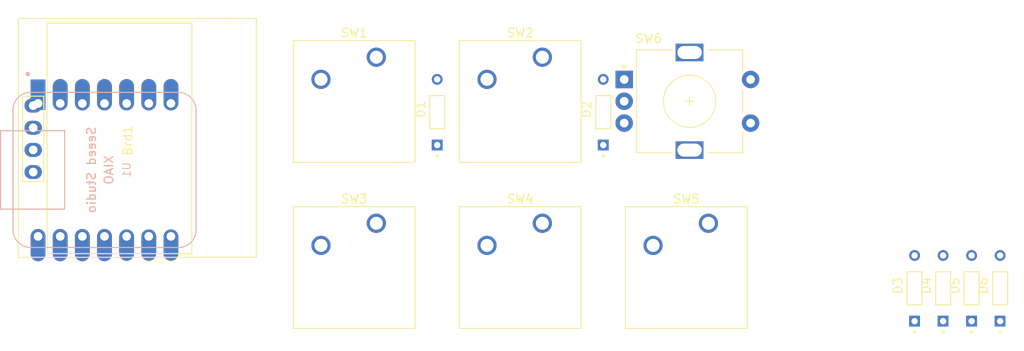
<source format=kicad_pcb>
(kicad_pcb (version 20240108) (generator "pcbnew") (generator_version "8.0")
  (layers (0 "F.Cu" signal) (31 "B.Cu" signal) (34 "B.Paste" user) (35 "F.Paste" user) (36 "B.SilkS" user "B.Silkscreen") (37 "F.SilkS" user "F.Silkscreen") (38 "B.Mask" user) (39 "F.Mask" user) (44 "Edge.Cuts" user))
  (net 0 "")
  (net 1 "GND")
  (net 2 "OLED_SCL")
  (net 3 "VCC")
  (net 4 "OLED_SDA")
  (net 5 "Row 0")
  (net 6 "Net-(D1-PadA)")
  (net 7 "Net-(D2-PadA)")
  (net 8 "Row 1")
  (net 9 "Net-(D3-PadA)")
  (net 10 "Net-(D4-PadA)")
  (net 11 "Net-(D5-PadA)")
  (net 12 "RSW_A")
  (net 13 "Column 0")
  (net 14 "Column 1")
  (net 15 "Column 2")
  (net 16 "RSW_S2")
  (net 17 "RSW_S1")
  (footprint "footprints:SSD1306 128x64 OLED" (layer "F.Cu") (at 110.295 83.215 90)
    (property "Reference" "Brd1" (at 0 0.254 90) (layer "F.SilkS"))
    (property "Value" "SSD1306")
    (fp_line (start 14 -12.3) (end 14 15) (stroke (width 0.12)) (layer "F.SilkS"))
    (fp_line (start -13.4 -12.3) (end 14 -12.3) (stroke (width 0.12)) (layer "F.SilkS"))
    (fp_line (start 5.08 -11.811) (end 5.08 -9.398) (stroke (width 0.12)) (layer "F.SilkS"))
    (fp_line (start -4.699 -11.811) (end 5.08 -11.811) (stroke (width 0.12)) (layer "F.SilkS"))
    (fp_line (start -4.699 -11.811) (end -4.699 -9.398) (stroke (width 0.12)) (layer "F.SilkS"))
    (fp_line (start 5.08 -9.398) (end -4.699 -9.398) (stroke (width 0.12)) (layer "F.SilkS"))
    (fp_line (start 13.462 -9.017) (end 13.208 -9.005) (stroke (width 0.12)) (layer "F.SilkS"))
    (fp_line (start 10.122 -9.005) (end 13.208 -9.005) (stroke (width 0.12)) (layer "F.SilkS"))
    (fp_line (start -12.978 -9.005) (end 10.122 -9.005) (stroke (width 0.12)) (layer "F.SilkS"))
    (fp_line (start 10.122 7.595) (end -12.978 7.595) (stroke (width 0.12)) (layer "F.SilkS"))
    (fp_line (start 10.122 7.595) (end 13.462 7.62) (stroke (width 0.12)) (layer "F.SilkS"))
    (fp_line (start -12.978 7.595) (end -12.978 -9.005) (stroke (width 0.12)) (layer "F.SilkS"))
    (fp_line (start 13.462 7.62) (end 13.462 -9.017) (stroke (width 0.12)) (layer "F.SilkS"))
    (fp_line (start 14 15) (end -13.4 15) (stroke (width 0.12)) (layer "F.SilkS"))
    (fp_line (start -13.4 15) (end -13.4 -12.3) (stroke (width 0.12)) (layer "F.SilkS"))
    (pad "1" thru_hole oval (at -3.62 -10.6 180) (size 2 1.6) (drill 1) (layers "*.Cu" "*.Mask") (net 1 "GND"))
    (pad "2" thru_hole oval (at -1.08 -10.6 180) (size 2 1.6) (drill 1) (layers "*.Cu" "*.Mask") (net 3 "VCC"))
    (pad "3" thru_hole oval (at 1.46 -10.6 180) (size 2 1.6) (drill 1) (layers "*.Cu" "*.Mask") (net 2 "OLED_SCL"))
    (pad "4" thru_hole oval (at 4 -10.6 180) (size 2 1.6) (drill 1) (layers "*.Cu" "*.Mask") (net 4 "OLED_SDA"))
  )
  (footprint "footprints:1N4148 Diode" (layer "F.Cu") (at 200.81375 100.17125 90)
    (property "Reference" "D3" (at 0.3175 -1.905 90) (layer "F.SilkS"))
    (property "Value" "1N4148")
    (fp_line (start 1.9025 -0.86) (end 1.9025 0.86) (stroke (width 0.127)) (layer "F.SilkS"))
    (fp_line (start -1.9025 -0.86) (end 1.9025 -0.86) (stroke (width 0.127)) (layer "F.SilkS"))
    (fp_line (start 1.9025 0.86) (end -1.9025 0.86) (stroke (width 0.127)) (layer "F.SilkS"))
    (fp_line (start -1.9025 0.86) (end -1.9025 -0.86) (stroke (width 0.127)) (layer "F.SilkS"))
    (fp_circle (center -5 0) (end -4.9 0) (stroke (width 0.2)) (fill none) (layer "F.SilkS"))
    (pad "A" thru_hole circle (at 3.7685 0 90) (size 1.238 1.238) (drill 0.73) (layers "*.Cu" "*.Mask") (net 9 "Net-(D3-PadA)"))
    (pad "K" thru_hole rect (at -3.7685 0 90) (size 1.238 1.238) (drill 0.73) (layers "*.Cu" "*.Mask") (net 8 "Row 1"))
  )
  (footprint "footprints:1N4148 Diode" (layer "F.Cu") (at 210.62375 100.17125 90)
    (property "Reference" "D6" (at 0.3175 -1.905 90) (layer "F.SilkS"))
    (property "Value" "1N4148")
    (fp_line (start 1.9025 -0.86) (end 1.9025 0.86) (stroke (width 0.127)) (layer "F.SilkS"))
    (fp_line (start -1.9025 -0.86) (end 1.9025 -0.86) (stroke (width 0.127)) (layer "F.SilkS"))
    (fp_line (start 1.9025 0.86) (end -1.9025 0.86) (stroke (width 0.127)) (layer "F.SilkS"))
    (fp_line (start -1.9025 0.86) (end -1.9025 -0.86) (stroke (width 0.127)) (layer "F.SilkS"))
    (fp_circle (center -5 0) (end -4.9 0) (stroke (width 0.2)) (fill none) (layer "F.SilkS"))
    (pad "A" thru_hole circle (at 3.7685 0 90) (size 1.238 1.238) (drill 0.73) (layers "*.Cu" "*.Mask") (net 12 "RSW_A"))
    (pad "K" thru_hole rect (at -3.7685 0 90) (size 1.238 1.238) (drill 0.73) (layers "*.Cu" "*.Mask") (net 5 "Row 0"))
  )
  (footprint "Button_Switch_Keyboard:SW_Cherry_MX_1.00u_PCB" (layer "F.Cu") (at 139.06 73.66)
    (property "Reference" "SW1" (at -2.54 -2.794 0) (layer "F.SilkS"))
    (property "Value" "SW_Push")
    (fp_line (start -9.525 -1.905) (end 4.445 -1.905) (stroke (width 0.12)) (layer "F.SilkS"))
    (fp_line (start -9.525 12.065) (end -9.525 -1.905) (stroke (width 0.12)) (layer "F.SilkS"))
    (fp_line (start 4.445 -1.905) (end 4.445 12.065) (stroke (width 0.12)) (layer "F.SilkS"))
    (fp_line (start 4.445 12.065) (end -9.525 12.065) (stroke (width 0.12)) (layer "F.SilkS"))
    (pad "" np_thru_hole circle (at -7.62 5.08) (size 1.7 1.7) (drill 1.7) (layers "*.Cu" "*.Mask"))
    (pad "" np_thru_hole circle (at -2.54 5.08) (size 4 4) (drill 4) (layers "*.Cu" "*.Mask"))
    (pad "" np_thru_hole circle (at 2.54 5.08) (size 1.7 1.7) (drill 1.7) (layers "*.Cu" "*.Mask"))
    (pad "1" thru_hole circle (at 0 0) (size 2.2 2.2) (drill 1.5) (layers "*.Cu" "*.Mask") (net 13 "Column 0"))
    (pad "2" thru_hole circle (at -6.35 2.54) (size 2.2 2.2) (drill 1.5) (layers "*.Cu" "*.Mask") (net 6 "Net-(D1-PadA)"))
  )
  (footprint "Button_Switch_Keyboard:SW_Cherry_MX_1.00u_PCB" (layer "F.Cu") (at 139.06 92.71)
    (property "Reference" "SW3" (at -2.54 -2.794 0) (layer "F.SilkS"))
    (property "Value" "SW_Push")
    (fp_line (start -9.525 -1.905) (end 4.445 -1.905) (stroke (width 0.12)) (layer "F.SilkS"))
    (fp_line (start -9.525 12.065) (end -9.525 -1.905) (stroke (width 0.12)) (layer "F.SilkS"))
    (fp_line (start 4.445 -1.905) (end 4.445 12.065) (stroke (width 0.12)) (layer "F.SilkS"))
    (fp_line (start 4.445 12.065) (end -9.525 12.065) (stroke (width 0.12)) (layer "F.SilkS"))
    (pad "" np_thru_hole circle (at -7.62 5.08) (size 1.7 1.7) (drill 1.7) (layers "*.Cu" "*.Mask"))
    (pad "" np_thru_hole circle (at -2.54 5.08) (size 4 4) (drill 4) (layers "*.Cu" "*.Mask"))
    (pad "" np_thru_hole circle (at 2.54 5.08) (size 1.7 1.7) (drill 1.7) (layers "*.Cu" "*.Mask"))
    (pad "1" thru_hole circle (at 0 0) (size 2.2 2.2) (drill 1.5) (layers "*.Cu" "*.Mask") (net 13 "Column 0"))
    (pad "2" thru_hole circle (at -6.35 2.54) (size 2.2 2.2) (drill 1.5) (layers "*.Cu" "*.Mask") (net 9 "Net-(D3-PadA)"))
  )
  (footprint "footprints:1N4148 Diode" (layer "F.Cu") (at 146.045 79.9685 90)
    (property "Reference" "D1" (at 0.3175 -1.905 90) (layer "F.SilkS"))
    (property "Value" "1N4148")
    (fp_line (start 1.9025 -0.86) (end 1.9025 0.86) (stroke (width 0.127)) (layer "F.SilkS"))
    (fp_line (start -1.9025 -0.86) (end 1.9025 -0.86) (stroke (width 0.127)) (layer "F.SilkS"))
    (fp_line (start 1.9025 0.86) (end -1.9025 0.86) (stroke (width 0.127)) (layer "F.SilkS"))
    (fp_line (start -1.9025 0.86) (end -1.9025 -0.86) (stroke (width 0.127)) (layer "F.SilkS"))
    (fp_circle (center -5 0) (end -4.9 0) (stroke (width 0.2)) (fill none) (layer "F.SilkS"))
    (pad "A" thru_hole circle (at 3.7685 0 90) (size 1.238 1.238) (drill 0.73) (layers "*.Cu" "*.Mask") (net 6 "Net-(D1-PadA)"))
    (pad "K" thru_hole rect (at -3.7685 0 90) (size 1.238 1.238) (drill 0.73) (layers "*.Cu" "*.Mask") (net 5 "Row 0"))
  )
  (footprint "Rotary_Encoder:RotaryEncoder_Alps_EC11E-Switch_Vertical_H20mm" (layer "F.Cu") (at 167.495 76.215)
    (property "Reference" "SW6" (at 2.8 -4.7 0) (layer "F.SilkS"))
    (property "Value" "RotaryEncoder_Switch")
    (fp_line (start -0.3 -1.6) (end 0.3 -1.6) (stroke (width 0.12)) (layer "F.SilkS"))
    (fp_line (start 0 -1.3) (end -0.3 -1.6) (stroke (width 0.12)) (layer "F.SilkS"))
    (fp_line (start 0.3 -1.6) (end 0 -1.3) (stroke (width 0.12)) (layer "F.SilkS"))
    (fp_line (start 1.4 -3.4) (end 1.4 8.4) (stroke (width 0.12)) (layer "F.SilkS"))
    (fp_line (start 5.5 -3.4) (end 1.4 -3.4) (stroke (width 0.12)) (layer "F.SilkS"))
    (fp_line (start 5.5 8.4) (end 1.4 8.4) (stroke (width 0.12)) (layer "F.SilkS"))
    (fp_line (start 7 2.5) (end 8 2.5) (stroke (width 0.12)) (layer "F.SilkS"))
    (fp_line (start 7.5 2) (end 7.5 3) (stroke (width 0.12)) (layer "F.SilkS"))
    (fp_line (start 9.5 -3.4) (end 13.6 -3.4) (stroke (width 0.12)) (layer "F.SilkS"))
    (fp_line (start 13.6 -3.4) (end 13.6 -1) (stroke (width 0.12)) (layer "F.SilkS"))
    (fp_line (start 13.6 1.2) (end 13.6 3.8) (stroke (width 0.12)) (layer "F.SilkS"))
    (fp_line (start 13.6 6) (end 13.6 8.4) (stroke (width 0.12)) (layer "F.SilkS"))
    (fp_line (start 13.6 8.4) (end 9.5 8.4) (stroke (width 0.12)) (layer "F.SilkS"))
    (fp_circle (center 7.5 2.5) (end 10.5 2.5) (stroke (width 0.12)) (fill none) (layer "F.SilkS"))
    (pad "A" thru_hole rect (at 0 0) (size 2 2) (drill 1) (layers "*.Cu" "*.Mask") (net 12 "RSW_A"))
    (pad "B" thru_hole circle (at 0 5) (size 2 2) (drill 1) (layers "*.Cu" "*.Mask") (net 15 "Column 2"))
    (pad "C" thru_hole circle (at 0 2.5) (size 2 2) (drill 1) (layers "*.Cu" "*.Mask") (net 1 "GND"))
    (pad "MP" thru_hole rect (at 7.5 -3.1) (size 3.2 2) (drill oval 2.8 1.5) (layers "*.Cu" "*.Mask"))
    (pad "MP" thru_hole rect (at 7.5 8.1) (size 3.2 2) (drill oval 2.8 1.5) (layers "*.Cu" "*.Mask"))
    (pad "S1" thru_hole circle (at 14.5 5) (size 2 2) (drill 1) (layers "*.Cu" "*.Mask") (net 17 "RSW_S1"))
    (pad "S2" thru_hole circle (at 14.5 0) (size 2 2) (drill 1) (layers "*.Cu" "*.Mask") (net 16 "RSW_S2"))
  )
  (footprint "footprints:1N4148 Diode" (layer "F.Cu") (at 204.08375 100.17125 90)
    (property "Reference" "D4" (at 0.3175 -1.905 90) (layer "F.SilkS"))
    (property "Value" "1N4148")
    (fp_line (start 1.9025 -0.86) (end 1.9025 0.86) (stroke (width 0.127)) (layer "F.SilkS"))
    (fp_line (start -1.9025 -0.86) (end 1.9025 -0.86) (stroke (width 0.127)) (layer "F.SilkS"))
    (fp_line (start 1.9025 0.86) (end -1.9025 0.86) (stroke (width 0.127)) (layer "F.SilkS"))
    (fp_line (start -1.9025 0.86) (end -1.9025 -0.86) (stroke (width 0.127)) (layer "F.SilkS"))
    (fp_circle (center -5 0) (end -4.9 0) (stroke (width 0.2)) (fill none) (layer "F.SilkS"))
    (pad "A" thru_hole circle (at 3.7685 0 90) (size 1.238 1.238) (drill 0.73) (layers "*.Cu" "*.Mask") (net 10 "Net-(D4-PadA)"))
    (pad "K" thru_hole rect (at -3.7685 0 90) (size 1.238 1.238) (drill 0.73) (layers "*.Cu" "*.Mask") (net 8 "Row 1"))
  )
  (footprint "footprints:1N4148 Diode" (layer "F.Cu") (at 207.35375 100.17125 90)
    (property "Reference" "D5" (at 0.3175 -1.905 90) (layer "F.SilkS"))
    (property "Value" "1N4148")
    (fp_line (start 1.9025 -0.86) (end 1.9025 0.86) (stroke (width 0.127)) (layer "F.SilkS"))
    (fp_line (start -1.9025 -0.86) (end 1.9025 -0.86) (stroke (width 0.127)) (layer "F.SilkS"))
    (fp_line (start 1.9025 0.86) (end -1.9025 0.86) (stroke (width 0.127)) (layer "F.SilkS"))
    (fp_line (start -1.9025 0.86) (end -1.9025 -0.86) (stroke (width 0.127)) (layer "F.SilkS"))
    (fp_circle (center -5 0) (end -4.9 0) (stroke (width 0.2)) (fill none) (layer "F.SilkS"))
    (pad "A" thru_hole circle (at 3.7685 0 90) (size 1.238 1.238) (drill 0.73) (layers "*.Cu" "*.Mask") (net 11 "Net-(D5-PadA)"))
    (pad "K" thru_hole rect (at -3.7685 0 90) (size 1.238 1.238) (drill 0.73) (layers "*.Cu" "*.Mask") (net 8 "Row 1"))
  )
  (footprint "Button_Switch_Keyboard:SW_Cherry_MX_1.00u_PCB" (layer "F.Cu") (at 177.16 92.71)
    (property "Reference" "SW5" (at -2.54 -2.794 0) (layer "F.SilkS"))
    (property "Value" "SW_Push")
    (fp_line (start -9.525 -1.905) (end 4.445 -1.905) (stroke (width 0.12)) (layer "F.SilkS"))
    (fp_line (start -9.525 12.065) (end -9.525 -1.905) (stroke (width 0.12)) (layer "F.SilkS"))
    (fp_line (start 4.445 -1.905) (end 4.445 12.065) (stroke (width 0.12)) (layer "F.SilkS"))
    (fp_line (start 4.445 12.065) (end -9.525 12.065) (stroke (width 0.12)) (layer "F.SilkS"))
    (pad "" np_thru_hole circle (at -7.62 5.08) (size 1.7 1.7) (drill 1.7) (layers "*.Cu" "*.Mask"))
    (pad "" np_thru_hole circle (at -2.54 5.08) (size 4 4) (drill 4) (layers "*.Cu" "*.Mask"))
    (pad "" np_thru_hole circle (at 2.54 5.08) (size 1.7 1.7) (drill 1.7) (layers "*.Cu" "*.Mask"))
    (pad "1" thru_hole circle (at 0 0) (size 2.2 2.2) (drill 1.5) (layers "*.Cu" "*.Mask") (net 15 "Column 2"))
    (pad "2" thru_hole circle (at -6.35 2.54) (size 2.2 2.2) (drill 1.5) (layers "*.Cu" "*.Mask") (net 11 "Net-(D5-PadA)"))
  )
  (footprint "Button_Switch_Keyboard:SW_Cherry_MX_1.00u_PCB" (layer "F.Cu") (at 158.11 92.71)
    (property "Reference" "SW4" (at -2.54 -2.794 0) (layer "F.SilkS"))
    (property "Value" "SW_Push")
    (fp_line (start -9.525 -1.905) (end 4.445 -1.905) (stroke (width 0.12)) (layer "F.SilkS"))
    (fp_line (start -9.525 12.065) (end -9.525 -1.905) (stroke (width 0.12)) (layer "F.SilkS"))
    (fp_line (start 4.445 -1.905) (end 4.445 12.065) (stroke (width 0.12)) (layer "F.SilkS"))
    (fp_line (start 4.445 12.065) (end -9.525 12.065) (stroke (width 0.12)) (layer "F.SilkS"))
    (pad "" np_thru_hole circle (at -7.62 5.08) (size 1.7 1.7) (drill 1.7) (layers "*.Cu" "*.Mask"))
    (pad "" np_thru_hole circle (at -2.54 5.08) (size 4 4) (drill 4) (layers "*.Cu" "*.Mask"))
    (pad "" np_thru_hole circle (at 2.54 5.08) (size 1.7 1.7) (drill 1.7) (layers "*.Cu" "*.Mask"))
    (pad "1" thru_hole circle (at 0 0) (size 2.2 2.2) (drill 1.5) (layers "*.Cu" "*.Mask") (net 14 "Column 1"))
    (pad "2" thru_hole circle (at -6.35 2.54) (size 2.2 2.2) (drill 1.5) (layers "*.Cu" "*.Mask") (net 10 "Net-(D4-PadA)"))
  )
  (footprint "Button_Switch_Keyboard:SW_Cherry_MX_1.00u_PCB" (layer "F.Cu") (at 158.11 73.66)
    (property "Reference" "SW2" (at -2.54 -2.794 0) (layer "F.SilkS"))
    (property "Value" "SW_Push")
    (fp_line (start -9.525 -1.905) (end 4.445 -1.905) (stroke (width 0.12)) (layer "F.SilkS"))
    (fp_line (start -9.525 12.065) (end -9.525 -1.905) (stroke (width 0.12)) (layer "F.SilkS"))
    (fp_line (start 4.445 -1.905) (end 4.445 12.065) (stroke (width 0.12)) (layer "F.SilkS"))
    (fp_line (start 4.445 12.065) (end -9.525 12.065) (stroke (width 0.12)) (layer "F.SilkS"))
    (pad "" np_thru_hole circle (at -7.62 5.08) (size 1.7 1.7) (drill 1.7) (layers "*.Cu" "*.Mask"))
    (pad "" np_thru_hole circle (at -2.54 5.08) (size 4 4) (drill 4) (layers "*.Cu" "*.Mask"))
    (pad "" np_thru_hole circle (at 2.54 5.08) (size 1.7 1.7) (drill 1.7) (layers "*.Cu" "*.Mask"))
    (pad "1" thru_hole circle (at 0 0) (size 2.2 2.2) (drill 1.5) (layers "*.Cu" "*.Mask") (net 14 "Column 1"))
    (pad "2" thru_hole circle (at -6.35 2.54) (size 2.2 2.2) (drill 1.5) (layers "*.Cu" "*.Mask") (net 7 "Net-(D2-PadA)"))
  )
  (footprint "footprints:1N4148 Diode" (layer "F.Cu") (at 165.095 79.9685 90)
    (property "Reference" "D2" (at 0.3175 -1.905 90) (layer "F.SilkS"))
    (property "Value" "1N4148")
    (fp_line (start 1.9025 -0.86) (end 1.9025 0.86) (stroke (width 0.127)) (layer "F.SilkS"))
    (fp_line (start -1.9025 -0.86) (end 1.9025 -0.86) (stroke (width 0.127)) (layer "F.SilkS"))
    (fp_line (start 1.9025 0.86) (end -1.9025 0.86) (stroke (width 0.127)) (layer "F.SilkS"))
    (fp_line (start -1.9025 0.86) (end -1.9025 -0.86) (stroke (width 0.127)) (layer "F.SilkS"))
    (fp_circle (center -5 0) (end -4.9 0) (stroke (width 0.2)) (fill none) (layer "F.SilkS"))
    (pad "A" thru_hole circle (at 3.7685 0 90) (size 1.238 1.238) (drill 0.73) (layers "*.Cu" "*.Mask") (net 7 "Net-(D2-PadA)"))
    (pad "K" thru_hole rect (at -3.7685 0 90) (size 1.238 1.238) (drill 0.73) (layers "*.Cu" "*.Mask") (net 5 "Row 0"))
  )
  (footprint "footprints:XIAO-Generic-Hybrid-14P-2.54-21X17.8MM" (layer "B.Cu") (at 107.875 86.59 -90)
    (property "Reference" "U1" (at 0 -2.54 90) (layer "B.SilkS") (effects (font (size 0.889 0.889) (thickness 0.1016)) (justify mirror)))
    (property "Value" "MOUDLE-SEEEDUINO-XIAO" (hide yes))
    (fp_line (start -4.5 11.92403) (end -4.5 4.57073) (stroke (width 0.127)) (layer "B.SilkS"))
    (fp_line (start 4.5 11.92403) (end -4.5 11.92403) (stroke (width 0.127)) (layer "B.SilkS"))
    (fp_line (start -6.9 10.49909) (end 6.9 10.49909) (stroke (width 0.127)) (layer "B.SilkS"))
    (fp_line (start 8.9 8.5) (end 8.9 -8.5) (stroke (width 0.127)) (layer "B.SilkS"))
    (fp_line (start -4.5 4.57073) (end 4.5 4.57073) (stroke (width 0.127)) (layer "B.SilkS"))
    (fp_line (start 4.5 4.57073) (end 4.5 11.92403) (stroke (width 0.127)) (layer "B.SilkS"))
    (fp_line (start -8.9 -8.5) (end -8.9 8.5) (stroke (width 0.127)) (layer "B.SilkS"))
    (fp_line (start 6.9 -10.5) (end -6.9 -10.5) (stroke (width 0.127)) (layer "B.SilkS"))
    (fp_arc (start -6.9 10.5) (mid -8.301491 9.901491) (end -8.9 8.5) (stroke (width 0.12)) (layer "B.SilkS"))
    (fp_arc (start 8.9 8.5) (mid 8.301492 9.901492) (end 6.9 10.5) (stroke (width 0.12)) (layer "B.SilkS"))
    (fp_arc (start -8.9 -8.5) (mid -8.301423 -9.901423) (end -6.9 -10.5) (stroke (width 0.12)) (layer "B.SilkS"))
    (fp_arc (start 6.9 -10.5) (mid 8.314214 -9.914214) (end 8.9 -8.5) (stroke (width 0.12)) (layer "B.SilkS"))
    (fp_circle (center -11 8.8) (end -11 9.054) (fill solid) (layer "B.SilkS"))
    (fp_poly (pts (xy -8.887715 8.561705) (xy -8.884667 8.610473) (xy -8.880603 8.659494)) (stroke (width 0.0254)) (fill none) (layer "B.SilkS"))
    (fp_poly (pts (xy 8.889492 -8.521574) (xy 8.887713 -8.57085) (xy 8.884665 -8.619618) (xy 8.880601 -8.668639) (xy 8.875268 -8.717407) (xy 8.868664 -8.766175) (xy 8.861044 -8.81469) (xy 8.852153 -8.86295) (xy 8.842248 -8.910955)) (stroke (width 0.0254)) (fill none) (layer "B.SilkS"))
    (fp_text user "Seeed Studio" (at 0 1.5 90) (layer "B.SilkS") (effects (justify mirror)))
    (fp_text user "XIAO" (at 0 -0.5 90) (layer "B.SilkS") (effects (justify mirror)))
    (pad "1" thru_hole rect (at -7.625 7.62 270) (size 3.5 1.7) (drill 1 (offset -1 0)) (layers "*.Cu" "*.Mask") (net 5 "Row 0"))
    (pad "2" thru_hole oval (at -7.625 5.08 270) (size 3.6 1.7) (drill 1 (offset -1 0)) (layers "*.Cu" "*.Mask") (net 8 "Row 1"))
    (pad "3" thru_hole oval (at -7.625 2.54 270) (size 3.6 1.7) (drill 1 (offset -1 0)) (layers "*.Cu" "*.Mask") (net 13 "Column 0"))
    (pad "4" thru_hole oval (at -7.625 0 270) (size 3.6 1.7) (drill 1 (offset -1 0)) (layers "*.Cu" "*.Mask") (net 14 "Column 1"))
    (pad "5" thru_hole oval (at -7.625 -2.54 270) (size 3.6 1.7) (drill 1 (offset -1 0)) (layers "*.Cu" "*.Mask") (net 4 "OLED_SDA"))
    (pad "6" thru_hole oval (at -7.625 -5.08 90) (size 3.6 1.7) (drill 1 (offset 1 0)) (layers "*.Cu" "*.Mask") (net 2 "OLED_SCL"))
    (pad "7" thru_hole oval (at -7.625 -7.62 270) (size 3.6 1.7) (drill 1 (offset -1 0)) (layers "*.Cu" "*.Mask"))
    (pad "8" thru_hole oval (at 7.625 -7.62 270) (size 3.6 1.7) (drill 1 (offset 1 0)) (layers "*.Cu" "*.Mask") (net 16 "RSW_S2"))
    (pad "9" thru_hole oval (at 7.625 -5.08 270) (size 3.6 1.7) (drill 1 (offset 1 0)) (layers "*.Cu" "*.Mask") (net 17 "RSW_S1"))
    (pad "10" thru_hole oval (at 7.625 -2.54 270) (size 3.6 1.7) (drill 1 (offset 1 0)) (layers "*.Cu" "*.Mask") (net 15 "Column 2"))
    (pad "11" thru_hole oval (at 7.625 0 270) (size 3.7 1.7) (drill 1 (offset 1 0)) (layers "*.Cu" "*.Mask"))
    (pad "12" thru_hole oval (at 7.625 2.54 270) (size 3.7 1.7) (drill 1 (offset 1 0)) (layers "*.Cu" "*.Mask"))
    (pad "13" thru_hole oval (at 7.625 5.08 270) (size 3.7 1.7) (drill 1 (offset 1 0)) (layers "*.Cu" "*.Mask") (net 1 "GND"))
    (pad "14" thru_hole oval (at 7.625 7.62 270) (size 3.7 1.7) (drill 1 (offset 1 0)) (layers "*.Cu" "*.Mask") (net 3 "VCC"))
  )
)
</source>
